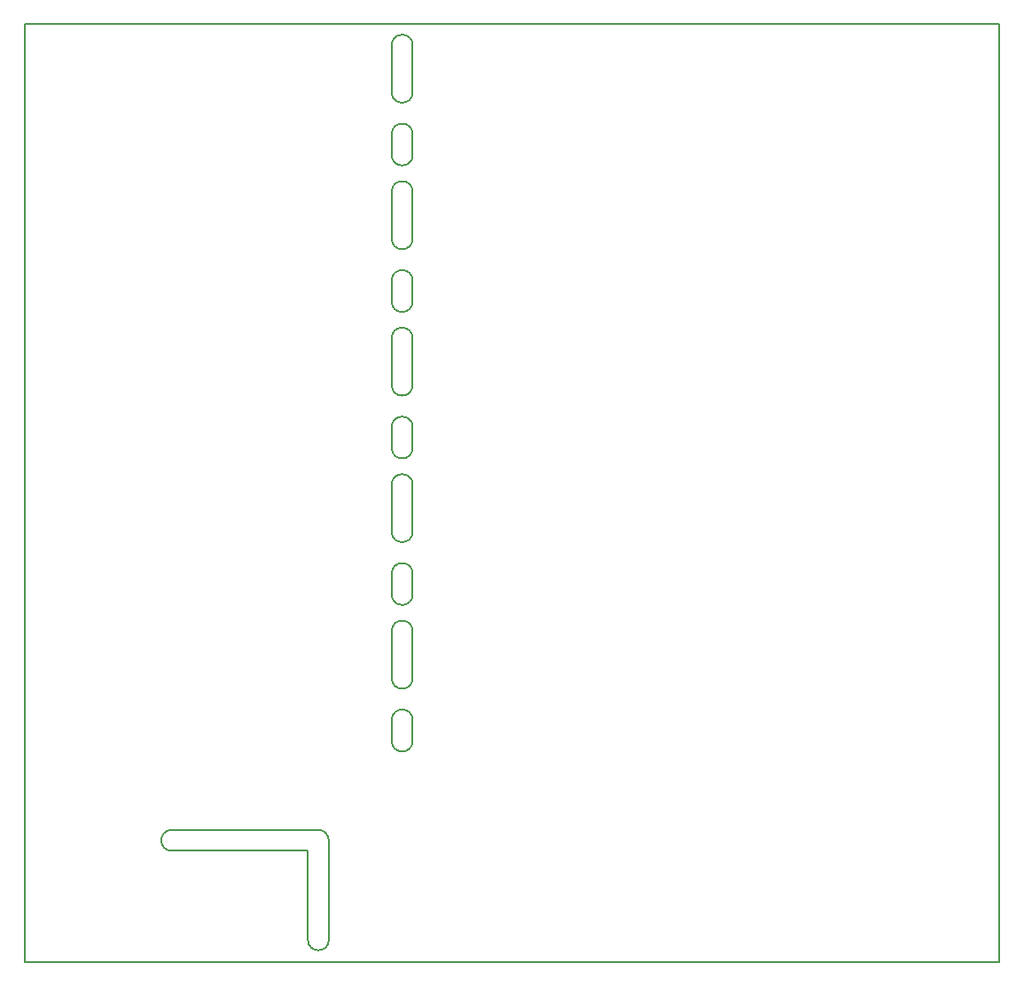
<source format=gbr>
G04 #@! TF.GenerationSoftware,KiCad,Pcbnew,5.0.0-fee4fd1~66~ubuntu16.04.1*
G04 #@! TF.CreationDate,2018-09-19T21:28:41+02:00*
G04 #@! TF.ProjectId,motor_switch_3pole_5x,6D6F746F725F7377697463685F33706F,1*
G04 #@! TF.SameCoordinates,Original*
G04 #@! TF.FileFunction,Profile,NP*
%FSLAX46Y46*%
G04 Gerber Fmt 4.6, Leading zero omitted, Abs format (unit mm)*
G04 Created by KiCad (PCBNEW 5.0.0-fee4fd1~66~ubuntu16.04.1) date Wed Sep 19 21:28:41 2018*
%MOMM*%
%LPD*%
G01*
G04 APERTURE LIST*
%ADD10C,0.150000*%
G04 APERTURE END LIST*
D10*
X137000000Y-116500000D02*
G75*
G03X135000000Y-116500000I-1000000J0D01*
G01*
X137000000Y-116500000D02*
X137000000Y-118500000D01*
X135000000Y-118500000D02*
G75*
G03X137000000Y-118500000I1000000J0D01*
G01*
X135000000Y-116500000D02*
X135000000Y-118500000D01*
X137000000Y-102500000D02*
G75*
G03X135000000Y-102500000I-1000000J0D01*
G01*
X135000000Y-104500000D02*
G75*
G03X137000000Y-104500000I1000000J0D01*
G01*
X135000000Y-102500000D02*
X135000000Y-104500000D01*
X137000000Y-108000000D02*
G75*
G03X135000000Y-108000000I-1000000J0D01*
G01*
X135000000Y-108000000D02*
X135000000Y-112500000D01*
X135000000Y-112500000D02*
G75*
G03X137000000Y-112500000I1000000J0D01*
G01*
X137000000Y-108000000D02*
X137000000Y-112500000D01*
X137000000Y-102500000D02*
X137000000Y-104500000D01*
X137000000Y-88500000D02*
G75*
G03X135000000Y-88500000I-1000000J0D01*
G01*
X135000000Y-90500000D02*
G75*
G03X137000000Y-90500000I1000000J0D01*
G01*
X135000000Y-88500000D02*
X135000000Y-90500000D01*
X137000000Y-94000000D02*
G75*
G03X135000000Y-94000000I-1000000J0D01*
G01*
X135000000Y-94000000D02*
X135000000Y-98500000D01*
X135000000Y-98500000D02*
G75*
G03X137000000Y-98500000I1000000J0D01*
G01*
X137000000Y-94000000D02*
X137000000Y-98500000D01*
X137000000Y-88500000D02*
X137000000Y-90500000D01*
X129000000Y-128000000D02*
G75*
G03X128000000Y-127000000I-1000000J0D01*
G01*
X127000000Y-137500000D02*
G75*
G03X129000000Y-137500000I1000000J0D01*
G01*
X114000000Y-127000000D02*
G75*
G03X114000000Y-129000000I0J-1000000D01*
G01*
X137000000Y-74500000D02*
G75*
G03X135000000Y-74500000I-1000000J0D01*
G01*
X137000000Y-74500000D02*
X137000000Y-76500000D01*
X137000000Y-80000000D02*
G75*
G03X135000000Y-80000000I-1000000J0D01*
G01*
X137000000Y-80000000D02*
X137000000Y-84500000D01*
X135000000Y-76500000D02*
G75*
G03X137000000Y-76500000I1000000J0D01*
G01*
X135000000Y-74500000D02*
X135000000Y-76500000D01*
X135000000Y-80000000D02*
X135000000Y-84500000D01*
X135000000Y-84500000D02*
G75*
G03X137000000Y-84500000I1000000J0D01*
G01*
X137000000Y-60500000D02*
G75*
G03X135000000Y-60500000I-1000000J0D01*
G01*
X135000000Y-62500000D02*
G75*
G03X137000000Y-62500000I1000000J0D01*
G01*
X137000000Y-60500000D02*
X137000000Y-62500000D01*
X135000000Y-60500000D02*
X135000000Y-62500000D01*
X137000000Y-66000000D02*
X137000000Y-70500000D01*
X135000000Y-66000000D02*
X135000000Y-70500000D01*
X135000000Y-70500000D02*
G75*
G03X137000000Y-70500000I1000000J0D01*
G01*
X137000000Y-66000000D02*
G75*
G03X135000000Y-66000000I-1000000J0D01*
G01*
X137000000Y-52000000D02*
X137000000Y-56500000D01*
X135000000Y-52000000D02*
X135000000Y-56500000D01*
X135000000Y-56500000D02*
G75*
G03X137000000Y-56500000I1000000J0D01*
G01*
X137000000Y-52000000D02*
G75*
G03X135000000Y-52000000I-1000000J0D01*
G01*
X128000000Y-127000000D02*
X114000000Y-127000000D01*
X129000000Y-137500000D02*
X129000000Y-128000000D01*
X127000000Y-129000000D02*
X127000000Y-137500000D01*
X114000000Y-129000000D02*
X127000000Y-129000000D01*
X100000000Y-139600000D02*
X100000000Y-50000000D01*
X193000000Y-139600000D02*
X100000000Y-139600000D01*
X193000000Y-50000000D02*
X193000000Y-139600000D01*
X100000000Y-50000000D02*
X193000000Y-50000000D01*
M02*

</source>
